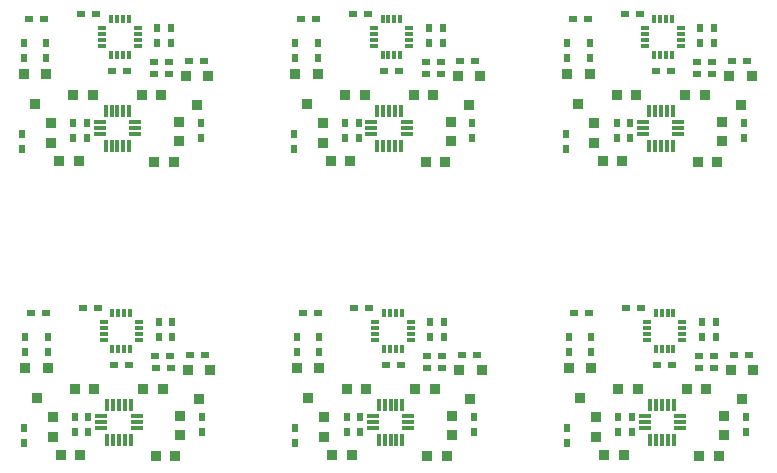
<source format=gtp>
G04*
G04 #@! TF.GenerationSoftware,Altium Limited,Altium Designer,20.0.13 (296)*
G04*
G04 Layer_Color=8421504*
%FSLAX25Y25*%
%MOIN*%
G70*
G01*
G75*
%ADD15R,0.02500X0.02000*%
%ADD16R,0.03543X0.03740*%
%ADD17R,0.03543X0.03740*%
%ADD18R,0.02000X0.02500*%
%ADD19R,0.03500X0.03500*%
%ADD20R,0.03937X0.01181*%
%ADD21R,0.01181X0.03937*%
%ADD22R,0.03150X0.01181*%
%ADD23R,0.01181X0.03150*%
%ADD24R,0.03500X0.03500*%
G54D15*
X228605Y44816D02*
D03*
X233605D02*
D03*
X228642Y40701D02*
D03*
X233642D02*
D03*
X240207Y45276D02*
D03*
X245207D02*
D03*
X209402Y60925D02*
D03*
X204402D02*
D03*
X192126Y59153D02*
D03*
X187126D02*
D03*
X214784Y41813D02*
D03*
X219784D02*
D03*
X138054Y44816D02*
D03*
X143054D02*
D03*
X138091Y40701D02*
D03*
X143091D02*
D03*
X149655Y45276D02*
D03*
X154656D02*
D03*
X118851Y60925D02*
D03*
X113851D02*
D03*
X101575Y59153D02*
D03*
X96575D02*
D03*
X124233Y41813D02*
D03*
X129233D02*
D03*
X47503Y44816D02*
D03*
X52503D02*
D03*
X47540Y40701D02*
D03*
X52540D02*
D03*
X59104Y45276D02*
D03*
X64104D02*
D03*
X28300Y60925D02*
D03*
X23300D02*
D03*
X11024Y59153D02*
D03*
X6024D02*
D03*
X33682Y41813D02*
D03*
X38682D02*
D03*
X228105Y142816D02*
D03*
X233105D02*
D03*
X228142Y138701D02*
D03*
X233142D02*
D03*
X239707Y143276D02*
D03*
X244707D02*
D03*
X208902Y158925D02*
D03*
X203902D02*
D03*
X191626Y157153D02*
D03*
X186626D02*
D03*
X214284Y139813D02*
D03*
X219284D02*
D03*
X137554Y142816D02*
D03*
X142554D02*
D03*
X137591Y138701D02*
D03*
X142591D02*
D03*
X149155Y143276D02*
D03*
X154156D02*
D03*
X118351Y158925D02*
D03*
X113351D02*
D03*
X101075Y157153D02*
D03*
X96075D02*
D03*
X123733Y139813D02*
D03*
X128733D02*
D03*
X47003Y142816D02*
D03*
X52003D02*
D03*
X47040Y138701D02*
D03*
X52040D02*
D03*
X58604Y143276D02*
D03*
X63604D02*
D03*
X27800Y158925D02*
D03*
X22800D02*
D03*
X10524Y157153D02*
D03*
X5524D02*
D03*
X33182Y139813D02*
D03*
X38182D02*
D03*
G54D16*
X246776Y40354D02*
D03*
X243036Y30512D02*
D03*
X192717Y40701D02*
D03*
X188976Y30858D02*
D03*
X156225Y40354D02*
D03*
X152485Y30512D02*
D03*
X102165Y40701D02*
D03*
X98425Y30858D02*
D03*
X65674Y40354D02*
D03*
X61934Y30512D02*
D03*
X11614Y40701D02*
D03*
X7874Y30858D02*
D03*
X246276Y138354D02*
D03*
X242536Y128512D02*
D03*
X192217Y138701D02*
D03*
X188476Y128858D02*
D03*
X155725Y138354D02*
D03*
X151985Y128512D02*
D03*
X101665Y138701D02*
D03*
X97925Y128858D02*
D03*
X65174Y138354D02*
D03*
X61434Y128512D02*
D03*
X11114Y138701D02*
D03*
X7374Y128858D02*
D03*
G54D17*
X239296Y40354D02*
D03*
X185236Y40701D02*
D03*
X148745Y40354D02*
D03*
X94685Y40701D02*
D03*
X58194Y40354D02*
D03*
X4134Y40701D02*
D03*
X238796Y138354D02*
D03*
X184736Y138701D02*
D03*
X148245Y138354D02*
D03*
X94185Y138701D02*
D03*
X57694Y138354D02*
D03*
X3634Y138701D02*
D03*
G54D18*
X244217Y19470D02*
D03*
Y24470D02*
D03*
X192717Y51319D02*
D03*
Y46319D02*
D03*
X185236Y46112D02*
D03*
Y51112D02*
D03*
X229648Y51201D02*
D03*
Y56201D02*
D03*
X184724Y16026D02*
D03*
Y21026D02*
D03*
X201770Y24442D02*
D03*
Y19442D02*
D03*
X206271D02*
D03*
Y24442D02*
D03*
X234282Y51201D02*
D03*
Y56201D02*
D03*
X153666Y19470D02*
D03*
Y24470D02*
D03*
X102165Y51319D02*
D03*
Y46319D02*
D03*
X94685Y46112D02*
D03*
Y51112D02*
D03*
X139097Y51201D02*
D03*
Y56201D02*
D03*
X94173Y16026D02*
D03*
Y21026D02*
D03*
X111219Y24442D02*
D03*
Y19442D02*
D03*
X115720D02*
D03*
Y24442D02*
D03*
X143731Y51201D02*
D03*
Y56201D02*
D03*
X63115Y19470D02*
D03*
Y24470D02*
D03*
X11614Y51319D02*
D03*
Y46319D02*
D03*
X4134Y46112D02*
D03*
Y51112D02*
D03*
X48546Y51201D02*
D03*
Y56201D02*
D03*
X3622Y16026D02*
D03*
Y21026D02*
D03*
X20668Y24442D02*
D03*
Y19442D02*
D03*
X25169D02*
D03*
Y24442D02*
D03*
X53180Y51201D02*
D03*
Y56201D02*
D03*
X243717Y117470D02*
D03*
Y122470D02*
D03*
X192217Y149319D02*
D03*
Y144319D02*
D03*
X184736Y144112D02*
D03*
Y149112D02*
D03*
X229148Y149201D02*
D03*
Y154201D02*
D03*
X184224Y114026D02*
D03*
Y119026D02*
D03*
X201270Y122442D02*
D03*
Y117442D02*
D03*
X205771D02*
D03*
Y122442D02*
D03*
X233782Y149201D02*
D03*
Y154201D02*
D03*
X153166Y117470D02*
D03*
Y122470D02*
D03*
X101665Y149319D02*
D03*
Y144319D02*
D03*
X94185Y144112D02*
D03*
Y149112D02*
D03*
X138597Y149201D02*
D03*
Y154201D02*
D03*
X93673Y114026D02*
D03*
Y119026D02*
D03*
X110719Y122442D02*
D03*
Y117442D02*
D03*
X115220D02*
D03*
Y122442D02*
D03*
X143231Y149201D02*
D03*
Y154201D02*
D03*
X62615Y117470D02*
D03*
Y122470D02*
D03*
X11114Y149319D02*
D03*
Y144319D02*
D03*
X3634Y144112D02*
D03*
Y149112D02*
D03*
X48046Y149201D02*
D03*
Y154201D02*
D03*
X3122Y114026D02*
D03*
Y119026D02*
D03*
X20168Y122442D02*
D03*
Y117442D02*
D03*
X24669D02*
D03*
Y122442D02*
D03*
X52680Y149201D02*
D03*
Y154201D02*
D03*
G54D19*
X197043Y11727D02*
D03*
X203543D02*
D03*
X231105Y33812D02*
D03*
X224605D02*
D03*
X228693Y11375D02*
D03*
X235193D02*
D03*
X208270Y33812D02*
D03*
X201770D02*
D03*
X106492Y11727D02*
D03*
X112992D02*
D03*
X140554Y33812D02*
D03*
X134054D02*
D03*
X138142Y11375D02*
D03*
X144642D02*
D03*
X117719Y33812D02*
D03*
X111219D02*
D03*
X15941Y11727D02*
D03*
X22441D02*
D03*
X50003Y33812D02*
D03*
X43503D02*
D03*
X47591Y11375D02*
D03*
X54091D02*
D03*
X27168Y33812D02*
D03*
X20668D02*
D03*
X196543Y109727D02*
D03*
X203043D02*
D03*
X230605Y131812D02*
D03*
X224105D02*
D03*
X228193Y109375D02*
D03*
X234693D02*
D03*
X207770Y131812D02*
D03*
X201270D02*
D03*
X105992Y109727D02*
D03*
X112492D02*
D03*
X140054Y131812D02*
D03*
X133554D02*
D03*
X137642Y109375D02*
D03*
X144142D02*
D03*
X117219Y131812D02*
D03*
X110719D02*
D03*
X15441Y109727D02*
D03*
X21941D02*
D03*
X49503Y131812D02*
D03*
X43003D02*
D03*
X47091Y109375D02*
D03*
X53591D02*
D03*
X26668Y131812D02*
D03*
X20168D02*
D03*
G54D20*
X210532Y20820D02*
D03*
Y22789D02*
D03*
Y24757D02*
D03*
X222343D02*
D03*
Y22789D02*
D03*
Y20820D02*
D03*
X119981D02*
D03*
Y22789D02*
D03*
Y24757D02*
D03*
X131792D02*
D03*
Y22789D02*
D03*
Y20820D02*
D03*
X29430D02*
D03*
Y22789D02*
D03*
Y24757D02*
D03*
X41241D02*
D03*
Y22789D02*
D03*
Y20820D02*
D03*
X210032Y118820D02*
D03*
Y120789D02*
D03*
Y122757D02*
D03*
X221843D02*
D03*
Y120789D02*
D03*
Y118820D02*
D03*
X119481D02*
D03*
Y120789D02*
D03*
Y122757D02*
D03*
X131292D02*
D03*
Y120789D02*
D03*
Y118820D02*
D03*
X28930D02*
D03*
Y120789D02*
D03*
Y122757D02*
D03*
X40741D02*
D03*
Y120789D02*
D03*
Y118820D02*
D03*
G54D21*
X212501Y28694D02*
D03*
X214469D02*
D03*
X216438D02*
D03*
X218406D02*
D03*
X220375D02*
D03*
Y16883D02*
D03*
X218406D02*
D03*
X216438D02*
D03*
X214469D02*
D03*
X212501D02*
D03*
X121949Y28694D02*
D03*
X123918D02*
D03*
X125886D02*
D03*
X127855D02*
D03*
X129824D02*
D03*
Y16883D02*
D03*
X127855D02*
D03*
X125886D02*
D03*
X123918D02*
D03*
X121949D02*
D03*
X31398Y28694D02*
D03*
X33367D02*
D03*
X35335D02*
D03*
X37304D02*
D03*
X39272D02*
D03*
Y16883D02*
D03*
X37304D02*
D03*
X35335D02*
D03*
X33367D02*
D03*
X31398D02*
D03*
X212001Y126694D02*
D03*
X213969D02*
D03*
X215938D02*
D03*
X217906D02*
D03*
X219875D02*
D03*
Y114883D02*
D03*
X217906D02*
D03*
X215938D02*
D03*
X213969D02*
D03*
X212001D02*
D03*
X121449Y126694D02*
D03*
X123418D02*
D03*
X125386D02*
D03*
X127355D02*
D03*
X129323D02*
D03*
Y114883D02*
D03*
X127355D02*
D03*
X125386D02*
D03*
X123418D02*
D03*
X121449D02*
D03*
X30898Y126694D02*
D03*
X32867D02*
D03*
X34835D02*
D03*
X36804D02*
D03*
X38772D02*
D03*
Y114883D02*
D03*
X36804D02*
D03*
X34835D02*
D03*
X32867D02*
D03*
X30898D02*
D03*
G54D22*
X223130Y50295D02*
D03*
Y52264D02*
D03*
Y54232D02*
D03*
Y56201D02*
D03*
X211319D02*
D03*
Y54232D02*
D03*
Y52264D02*
D03*
Y50295D02*
D03*
X132579D02*
D03*
Y52264D02*
D03*
Y54232D02*
D03*
Y56201D02*
D03*
X120768D02*
D03*
Y54232D02*
D03*
Y52264D02*
D03*
Y50295D02*
D03*
X42028D02*
D03*
Y52264D02*
D03*
Y54232D02*
D03*
Y56201D02*
D03*
X30217D02*
D03*
Y54232D02*
D03*
Y52264D02*
D03*
Y50295D02*
D03*
X222631Y148295D02*
D03*
Y150264D02*
D03*
Y152232D02*
D03*
Y154201D02*
D03*
X210820D02*
D03*
Y152232D02*
D03*
Y150264D02*
D03*
Y148295D02*
D03*
X132079D02*
D03*
Y150264D02*
D03*
Y152232D02*
D03*
Y154201D02*
D03*
X120268D02*
D03*
Y152232D02*
D03*
Y150264D02*
D03*
Y148295D02*
D03*
X41528D02*
D03*
Y150264D02*
D03*
Y152232D02*
D03*
Y154201D02*
D03*
X29717D02*
D03*
Y152232D02*
D03*
Y150264D02*
D03*
Y148295D02*
D03*
G54D23*
X220178Y59153D02*
D03*
X218209D02*
D03*
X216241D02*
D03*
X214272D02*
D03*
Y47343D02*
D03*
X216241D02*
D03*
X218209D02*
D03*
X220178D02*
D03*
X129627Y59153D02*
D03*
X127658D02*
D03*
X125690D02*
D03*
X123721D02*
D03*
Y47343D02*
D03*
X125690D02*
D03*
X127658D02*
D03*
X129627D02*
D03*
X39075Y59153D02*
D03*
X37107D02*
D03*
X35138D02*
D03*
X33170D02*
D03*
Y47343D02*
D03*
X35138D02*
D03*
X37107D02*
D03*
X39075D02*
D03*
X219678Y157153D02*
D03*
X217709D02*
D03*
X215741D02*
D03*
X213772D02*
D03*
Y145343D02*
D03*
X215741D02*
D03*
X217709D02*
D03*
X219678D02*
D03*
X129127Y157153D02*
D03*
X127158D02*
D03*
X125190D02*
D03*
X123221D02*
D03*
Y145343D02*
D03*
X125190D02*
D03*
X127158D02*
D03*
X129127D02*
D03*
X38575Y157153D02*
D03*
X36607D02*
D03*
X34638D02*
D03*
X32670D02*
D03*
Y145343D02*
D03*
X34638D02*
D03*
X36607D02*
D03*
X38575D02*
D03*
G54D24*
X236916Y18497D02*
D03*
Y24997D02*
D03*
X194307Y24470D02*
D03*
Y17970D02*
D03*
X146364Y18497D02*
D03*
Y24997D02*
D03*
X103756Y24470D02*
D03*
Y17970D02*
D03*
X55813Y18497D02*
D03*
Y24997D02*
D03*
X13205Y24470D02*
D03*
Y17970D02*
D03*
X236416Y116497D02*
D03*
Y122997D02*
D03*
X193807Y122470D02*
D03*
Y115970D02*
D03*
X145864Y116497D02*
D03*
Y122997D02*
D03*
X103256Y122470D02*
D03*
Y115970D02*
D03*
X55313Y116497D02*
D03*
Y122997D02*
D03*
X12705Y122470D02*
D03*
Y115970D02*
D03*
M02*

</source>
